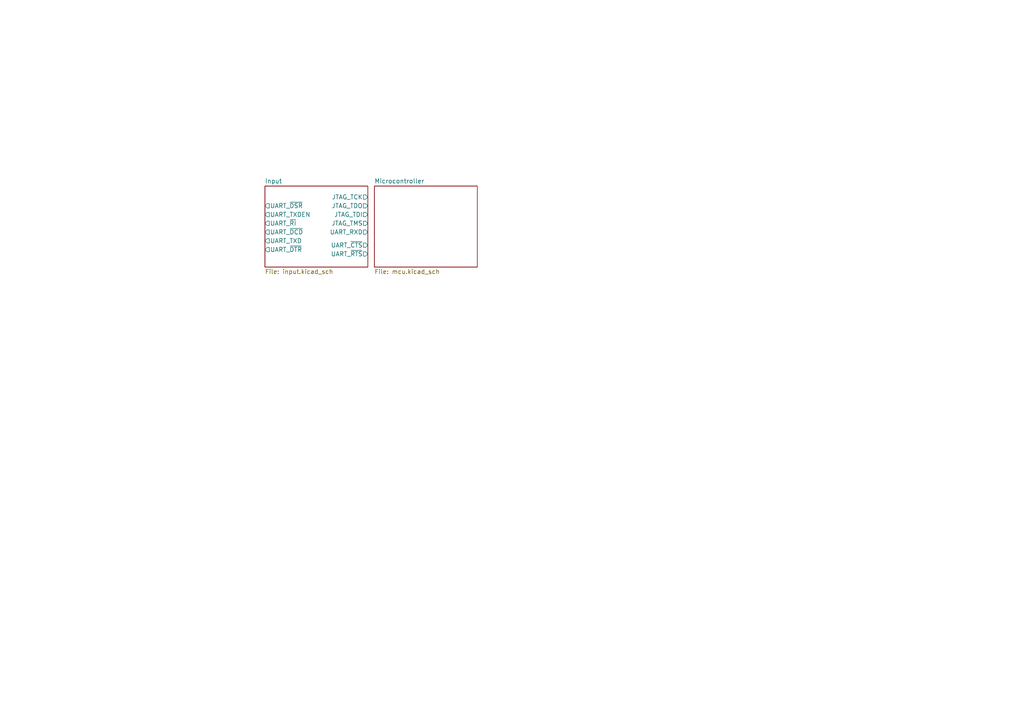
<source format=kicad_sch>
(kicad_sch
	(version 20231120)
	(generator "eeschema")
	(generator_version "8.0")
	(uuid "e8eb11e1-6cec-414d-9150-5cfb3d1c103e")
	(paper "A4")
	(lib_symbols)
	(sheet
		(at 76.835 53.975)
		(size 29.845 23.495)
		(fields_autoplaced yes)
		(stroke
			(width 0.1524)
			(type solid)
		)
		(fill
			(color 0 0 0 0.0000)
		)
		(uuid "4d601933-c56f-4aa2-b954-62ae905fff23")
		(property "Sheetname" "Input"
			(at 76.835 53.2634 0)
			(effects
				(font
					(size 1.27 1.27)
				)
				(justify left bottom)
			)
		)
		(property "Sheetfile" "input.kicad_sch"
			(at 76.835 78.0546 0)
			(effects
				(font
					(size 1.27 1.27)
				)
				(justify left top)
			)
		)
		(pin "JTAG_TCK" output
			(at 106.68 57.15 0)
			(effects
				(font
					(size 1.27 1.27)
				)
				(justify right)
			)
			(uuid "7ba7804a-efa5-4124-a566-a4c28879bcbc")
		)
		(pin "JTAG_TDO" output
			(at 106.68 59.69 0)
			(effects
				(font
					(size 1.27 1.27)
				)
				(justify right)
			)
			(uuid "8a5c88d9-fef9-4ec0-9c61-2a53ae6d1bf4")
		)
		(pin "JTAG_TDI" output
			(at 106.68 62.23 0)
			(effects
				(font
					(size 1.27 1.27)
				)
				(justify right)
			)
			(uuid "7f71bc5d-d281-4e73-b580-66cbb2b0af18")
		)
		(pin "JTAG_TMS" output
			(at 106.68 64.77 0)
			(effects
				(font
					(size 1.27 1.27)
				)
				(justify right)
			)
			(uuid "88be0410-efb8-4305-9225-c8461659f101")
		)
		(pin "UART_RXD" output
			(at 106.68 67.31 0)
			(effects
				(font
					(size 1.27 1.27)
				)
				(justify right)
			)
			(uuid "3f171d6d-8498-4157-b1f7-123b8f47960a")
		)
		(pin "UART_~{CTS}" output
			(at 106.68 71.12 0)
			(effects
				(font
					(size 1.27 1.27)
				)
				(justify right)
			)
			(uuid "b5d7f03c-aaf5-4e40-85a6-b6fcc2dc7b45")
		)
		(pin "UART_~{RTS}" output
			(at 106.68 73.66 0)
			(effects
				(font
					(size 1.27 1.27)
				)
				(justify right)
			)
			(uuid "d812846d-e5d4-4e84-96ac-baf7a5eb6b80")
		)
		(pin "UART_~{DTR}" output
			(at 76.835 72.39 180)
			(effects
				(font
					(size 1.27 1.27)
				)
				(justify left)
			)
			(uuid "89536721-d3f0-439b-ab97-581f1d102e59")
		)
		(pin "UART_TXD" output
			(at 76.835 69.85 180)
			(effects
				(font
					(size 1.27 1.27)
				)
				(justify left)
			)
			(uuid "97286419-1118-45d9-8ede-1b023202dd4b")
		)
		(pin "UART_~{DCD}" output
			(at 76.835 67.31 180)
			(effects
				(font
					(size 1.27 1.27)
				)
				(justify left)
			)
			(uuid "4171df29-0971-4905-b477-a18445db6d11")
		)
		(pin "UART_~{RI}" output
			(at 76.835 64.77 180)
			(effects
				(font
					(size 1.27 1.27)
				)
				(justify left)
			)
			(uuid "24fdd668-148b-4f72-98c8-70f668663a0a")
		)
		(pin "UART_TXDEN" output
			(at 76.835 62.23 180)
			(effects
				(font
					(size 1.27 1.27)
				)
				(justify left)
			)
			(uuid "2b125a1f-aa50-406a-9961-8a6c85a82c6c")
		)
		(pin "UART_~{DSR}" output
			(at 76.835 59.69 180)
			(effects
				(font
					(size 1.27 1.27)
				)
				(justify left)
			)
			(uuid "8330bbf6-82da-460b-b7b1-05f88aacbb5d")
		)
		(instances
			(project "Project2"
				(path "/e8eb11e1-6cec-414d-9150-5cfb3d1c103e"
					(page "3")
				)
			)
		)
	)
	(sheet
		(at 108.585 53.975)
		(size 29.845 23.495)
		(fields_autoplaced yes)
		(stroke
			(width 0.1524)
			(type solid)
		)
		(fill
			(color 0 0 0 0.0000)
		)
		(uuid "db1ed3d3-f9ac-49e3-915b-45158cabfd8f")
		(property "Sheetname" "Microcontroller"
			(at 108.585 53.2634 0)
			(effects
				(font
					(size 1.27 1.27)
				)
				(justify left bottom)
			)
		)
		(property "Sheetfile" "mcu.kicad_sch"
			(at 108.585 78.0546 0)
			(effects
				(font
					(size 1.27 1.27)
				)
				(justify left top)
			)
		)
		(instances
			(project "Project2"
				(path "/e8eb11e1-6cec-414d-9150-5cfb3d1c103e"
					(page "2")
				)
			)
		)
	)
	(sheet_instances
		(path "/"
			(page "1")
		)
	)
)

</source>
